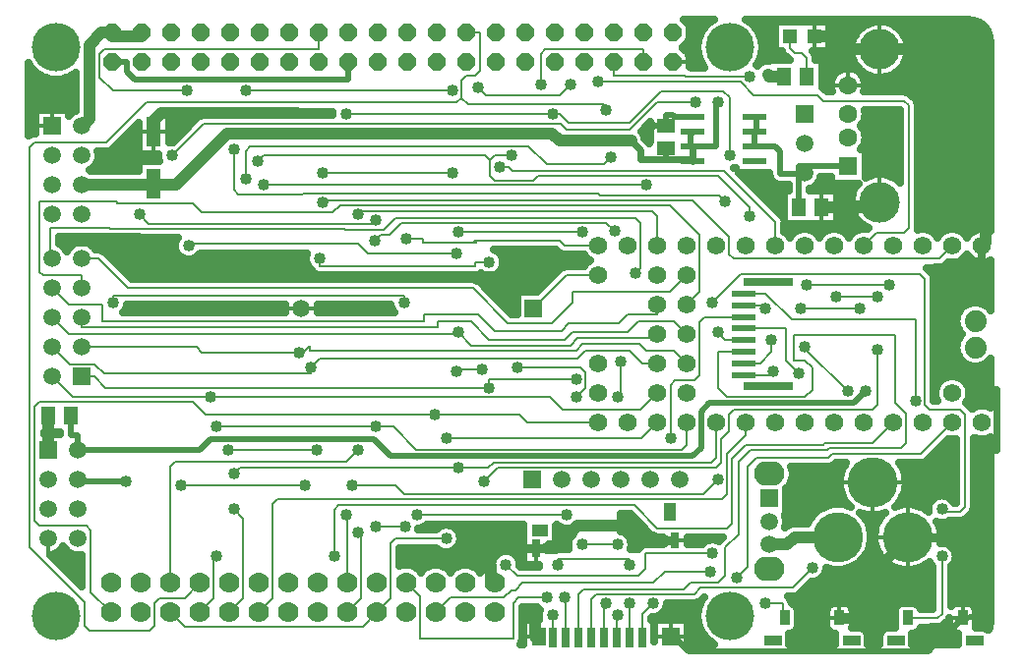
<source format=gtl>
G04 DipTrace 3.3.1.3*
G04 Teensy4RPIlike.gtl*
%MOIN*%
G04 #@! TF.FileFunction,Copper,L1,Top*
G04 #@! TF.Part,Single*
%AMOUTLINE0*
4,1,8,
0.030118,-0.012475,
0.012475,-0.030118,
-0.012475,-0.030118,
-0.030118,-0.012475,
-0.030118,0.012475,
-0.012475,0.030118,
0.012475,0.030118,
0.030118,0.012475,
0.030118,-0.012475,
0*%
%AMOUTLINE1*
4,1,4,
-0.0175,-0.025,
-0.0175,0.025,
0.0175,0.025,
0.0175,-0.025,
-0.0175,-0.025,
0*%
%AMOUTLINE2*
4,1,4,
0.0285,-0.0155,
-0.0285,-0.0155,
-0.0285,0.0155,
0.0285,0.0155,
0.0285,-0.0155,
0*%
G04 #@! TA.AperFunction,Conductor*
%ADD13C,0.02*%
G04 #@! TA.AperFunction,ViaPad*
%ADD14C,0.04*%
G04 #@! TA.AperFunction,Conductor*
%ADD15C,0.023622*%
%ADD16C,0.03*%
%ADD17C,0.008*%
G04 #@! TA.AperFunction,CopperBalancing*
%ADD19C,0.025*%
G04 #@! TA.AperFunction,Conductor*
%ADD20C,0.022*%
%ADD21C,0.031496*%
%ADD22C,0.035*%
%ADD23C,0.029*%
G04 #@! TA.AperFunction,CopperBalancing*
%ADD25C,0.01299*%
%ADD27R,0.05X0.1*%
%ADD28R,0.059055X0.051181*%
%ADD29R,0.051181X0.059055*%
G04 #@! TA.AperFunction,ComponentPad*
%ADD30C,0.17*%
%ADD31R,0.059055X0.059055*%
%ADD32C,0.059055*%
%ADD33C,0.07*%
%ADD34R,0.027559X0.068898*%
%ADD35R,0.03937X0.061024*%
%ADD36R,0.031496X0.055118*%
%ADD37R,0.031496X0.059055*%
%ADD38R,0.057087X0.03937*%
%ADD39R,0.07874X0.023622*%
%ADD40R,0.165354X0.027559*%
%ADD44R,0.047244X0.047244*%
G04 #@! TA.AperFunction,ComponentPad*
%ADD46O,0.102362X0.082677*%
%ADD47C,0.06194*%
%ADD48C,0.074*%
%ADD49R,0.062992X0.062992*%
%ADD50C,0.062992*%
%ADD51C,0.137795*%
G04 #@! TA.AperFunction,ViaPad*
%ADD53C,0.165*%
G04 #@! TA.AperFunction,ComponentPad*
%ADD110OUTLINE0*%
%ADD111OUTLINE1*%
%ADD112OUTLINE2*%
%FSLAX26Y26*%
G04*
G70*
G90*
G75*
G01*
G04 Top*
%LPD*%
X3273073Y1293700D2*
D13*
X3233073Y1253700D1*
X2745073D1*
X2717073Y1225700D1*
Y1101700D1*
X2689073Y1073700D1*
X1665073D1*
X1607073Y1131700D1*
X1055073D1*
X1017073Y1093700D1*
X605561D1*
X722600Y2410629D2*
X771073D1*
Y2379700D1*
X799073Y2351700D1*
X1522600D1*
Y2410629D1*
X605561Y1093700D2*
Y1143700D1*
X580540D1*
Y1212230D1*
X768033Y987388D2*
X611873D1*
X605561Y993700D1*
X2686582Y2124758D2*
X2680333D1*
Y2174758D1*
D15*
X2686582D1*
Y2124758D2*
Y2074758D1*
X2942805Y2368493D2*
D14*
X2949054Y2362243D1*
X2999238D1*
X618073Y1993700D2*
X855692D1*
X936934D1*
X1110934Y2167700D1*
X2212445D1*
X2236445Y2143700D1*
X2480170D1*
D15*
X2511600Y2112270D1*
Y2081023D1*
X2599091D1*
X2686582D1*
Y2124758D1*
X722600Y2510629D2*
D14*
Y2498154D1*
X822600D1*
Y2510629D1*
X2686582Y2124758D2*
D13*
X2767823D1*
Y2268451D1*
X2773073Y2273700D1*
X2599091Y2118708D2*
Y2081023D1*
X722600Y2510629D2*
D14*
X685193D1*
X643046Y2468482D1*
Y2218674D1*
X618073Y2193700D1*
X855692Y1993700D2*
X861773Y1999781D1*
X2949054Y773663D2*
X3009073D1*
X3035317Y799907D1*
X3180280D1*
X2961553Y1362348D2*
D17*
Y1349642D1*
X2860889D1*
X2213073Y533700D2*
X2215002Y531771D1*
Y457985D1*
X2442857Y1393595D2*
Y1273700D1*
X2433073D1*
X2773073Y1493700D2*
X2799020Y1467752D1*
X2860889D1*
X3093073Y693700D2*
X3027073Y627700D1*
X2715073D1*
X2693073Y605700D1*
X2361073D1*
X2344949Y589577D1*
Y457972D1*
X3053073Y1573700D2*
X3253073D1*
X2955304Y1468587D2*
Y1427931D1*
X2916385Y1389012D1*
X2860889D1*
X2253073Y593700D2*
X2258348Y588424D1*
Y457985D1*
X2613073Y1133700D2*
Y1315700D1*
X2629073Y1331700D1*
X2695073D1*
X2711073Y1347700D1*
Y1529700D1*
X2727865Y1546493D1*
X2860889D1*
X2313073Y773700D2*
X2433073D1*
Y533700D2*
X2431550Y532178D1*
Y457972D1*
X2474104Y706167D2*
Y724915D1*
X2230380D1*
Y706167D1*
X2933073Y1573700D2*
X2920910Y1585863D1*
X2860889D1*
X2473073Y573700D2*
X2474871Y571902D1*
Y457972D1*
X3442752Y1262359D2*
Y1537398D1*
X3023375D1*
X2935540Y1625233D1*
X2860889D1*
X2553073Y573700D2*
X2518151Y538779D1*
Y457985D1*
X3568073Y1187417D2*
X3461784Y1081128D1*
X3161532D1*
X3149033Y1068629D1*
X2905309D1*
X2874062Y1037382D1*
Y699918D1*
X2836566Y662422D1*
X2749075Y681170D2*
X2592842D1*
X2555346Y643674D1*
X2111642D1*
X2086645Y618676D1*
X2074146D1*
X2049149Y593679D1*
X1868052D1*
X1818073Y543700D1*
X2522600Y2410629D2*
Y2453700D1*
X2189073D1*
X2173073Y2437700D1*
Y2333700D1*
X2193073Y593700D2*
X2099165D1*
X2080396Y574931D1*
Y456193D1*
X1765073D1*
Y596700D1*
X1718073Y643700D1*
X3073073Y1653700D2*
X3353073D1*
X2273073Y2333700D2*
X2239123Y2299750D1*
X1986655D1*
X1961658Y2324747D1*
X2367865Y2343495D2*
X2851277D1*
X2895073Y2299700D1*
X3111073D1*
X3131073Y2279700D1*
X3405073D1*
X3421073Y2263700D1*
Y1847700D1*
X3405073Y1831700D1*
X3312356D1*
X3268073Y1787417D1*
X2813073Y2093700D2*
Y2291700D1*
X2792524Y2312249D1*
X2580343D1*
X2474104Y2206010D1*
X2267876D1*
X2241574Y2232312D1*
Y2233700D1*
X2213073D1*
X3173073Y1613700D2*
X3313073D1*
X1513073Y873700D2*
X1518073Y868700D1*
Y643700D1*
X2213073Y2233700D2*
X1513073D1*
X2880312Y1887293D2*
Y1918540D1*
X2773151Y2025700D1*
X2163073D1*
X2147073Y2009700D1*
X2017073D1*
X2001073Y2025700D1*
Y2077700D1*
X1985073Y2093700D1*
X1233073D1*
X1213073Y2073700D1*
X1413073Y1093700D2*
X1113073D1*
X2001073Y2077700D2*
X2017073Y2093700D1*
X2073073D1*
X1999154Y1731060D2*
X1952440D1*
Y1718561D1*
X1424214D1*
Y1743558D1*
X2033073Y2053700D2*
X2065073D1*
X2077073Y2041700D1*
X2794648D1*
X2968073Y1868275D1*
Y1787417D1*
X2568073Y1487417D2*
X2555346D1*
Y1474836D1*
X2299123D1*
X2274125Y1449839D1*
X1936934D1*
X1893073Y1493700D1*
Y1833700D2*
X2313073D1*
X1893073Y1493700D2*
Y1487335D1*
X574438D1*
X518073Y1543700D1*
X2668073Y1687417D2*
X2611726Y1631070D1*
X2280847D1*
Y1594046D1*
X2211632Y1524831D1*
X2061648D1*
X1942910Y1643569D1*
X774283D1*
X674151Y1743700D1*
X618073D1*
X1173073Y2313700D2*
X1873073D1*
X1433073Y2033700D2*
X1873073D1*
X1433073Y1933700D2*
X1441073Y1941700D1*
X2688419D1*
X2811073Y1819046D1*
Y1759700D1*
X2827073Y1743700D1*
X3524356D1*
X3568073Y1787417D1*
X1980406Y987388D2*
X2028718Y1035700D1*
X2769073D1*
X2785073Y1051700D1*
Y1131700D1*
X2811073Y1157700D1*
Y1215700D1*
X2827073Y1231700D1*
X3297073D1*
X3313073Y1247700D1*
Y1433700D1*
X1553073Y1093700D2*
X1513073Y1053700D1*
X935073D1*
X918073Y1036700D1*
Y643700D1*
X1553073Y1893700D2*
X1565073Y1905700D1*
X2551073D1*
X2568073Y1888700D1*
Y1787417D1*
X2424109Y1837298D2*
X2395708Y1865700D1*
X1702590D1*
X1662590Y1825700D1*
X1631343D1*
X1611695Y1806052D1*
X813073Y1893700D2*
X845073Y1861700D1*
X1601073D1*
X1613073Y1873700D1*
X1717934Y1812301D2*
X1775585D1*
Y1799802D1*
X1952970D1*
X1947073Y1805700D1*
X2237073D1*
X2255356Y1787417D1*
X2368073D1*
X724288Y1593574D2*
Y1618571D1*
X1711684D1*
Y1593574D1*
X2368073Y1187417D2*
X2127356D1*
X2101073Y1213700D1*
X1813073D1*
X1039073D1*
X995073Y1257700D1*
X475073D1*
X459073Y1241700D1*
Y853700D1*
X475073Y837700D1*
X633073D1*
X649073Y821700D1*
Y612700D1*
X718073Y543700D1*
X1753073Y873700D2*
X2261627D1*
Y874899D1*
X1713073Y833700D2*
X1613073D1*
X1073073Y1173700D2*
X1613073D1*
X1673073D1*
X1751073Y1095700D1*
X2651073D1*
X2668073Y1112700D1*
Y1187417D1*
X1073073Y733700D2*
X1065073Y725700D1*
Y590700D1*
X1018073Y543700D1*
X1133073Y1013700D2*
X1153073Y1033700D1*
X1893073D1*
X1133073Y893700D2*
X1165073Y861700D1*
Y590700D1*
X1118073Y543700D1*
X1974157Y1368598D2*
X1886666D1*
Y1362348D1*
X1893073Y1033700D2*
X1995073D1*
X2013073Y1051700D1*
X2751073D1*
X2768073Y1068700D1*
Y1187417D1*
X1218073Y543700D2*
X1265073Y590700D1*
Y911700D1*
X1281073Y927700D1*
X2789073D1*
X2805073Y943700D1*
Y1080881D1*
X2868073Y1143881D1*
Y1187417D1*
X1133073Y2113700D2*
Y1977700D1*
X1149073Y1961700D1*
X1363073D1*
X1367073Y1965700D1*
X2367073D1*
X2375073Y1957700D1*
X2778658D1*
X2799070Y1937288D1*
X953073Y973700D2*
X1373073D1*
X2699081Y2274752D2*
X2567844D1*
X2474104Y2181012D1*
X2261627D1*
X2240939Y2201700D1*
X1032445D1*
X924267Y2093522D1*
X2880312Y2362243D2*
X2664529D1*
X2661073Y2365700D1*
X2422600D1*
Y2410629D1*
X1533073Y973700D2*
X1681073D1*
X1711073Y943700D1*
X2723073D1*
X2773073Y993700D1*
X1553073Y813700D2*
X1565073Y801700D1*
Y590700D1*
X1518073Y543700D1*
X3213073Y1293700D2*
X3067792Y1438981D1*
Y1443590D1*
X1853073Y793700D2*
X1681073D1*
X1665073Y777700D1*
Y590700D1*
X1618073Y543700D1*
X2568073Y1187417D2*
X2514356Y1133700D1*
X1853073D1*
X973073Y2313700D2*
X725073D1*
X679073Y2359700D1*
Y2439700D1*
X695073Y2455700D1*
X1422600D1*
Y2510629D1*
X1886666Y1762306D2*
X1586697D1*
X1555451Y1793553D1*
X980511D1*
Y1787304D1*
X1618073Y543700D2*
X1570073Y495700D1*
X966073D1*
X918073Y543700D1*
X1473073Y735700D2*
Y891700D1*
X1489073Y907700D1*
X2491073D1*
X2569073Y829700D1*
X2805073D1*
X2821073Y845700D1*
Y1065634D1*
X2867813Y1112375D1*
X3129747D1*
X3135073Y1117700D1*
X3298356D1*
X3368073Y1187417D1*
X2568073Y1287417D2*
X2512356Y1231700D1*
X2247073D1*
X2205073Y1273700D1*
X1053073D1*
X588073D1*
X518073Y1343700D1*
X2293073Y1333700D2*
X1999154D1*
Y1306104D1*
X698669D1*
X661073Y1343700D1*
X618073D1*
X518073Y1443700D2*
X576073Y1385700D1*
X661073D1*
X693073Y1353700D1*
X1392968D1*
Y1374847D1*
X1424214Y1406094D1*
X2299123D1*
X2324729Y1431700D1*
X2473495D1*
X2517779Y1387417D1*
X2568073D1*
X618073Y1443700D2*
X1007073D1*
X1025931Y1424842D1*
X1355472D1*
X1367970D1*
X1390789Y1447661D1*
Y1431091D1*
X2292873D1*
X2315482Y1453700D1*
X2507739D1*
X2529739Y1431700D1*
X2623789D1*
X2668073Y1387417D1*
X618073Y1543700D2*
Y1512333D1*
X1823750D1*
Y1531081D1*
X1936661D1*
X1999154Y1468587D1*
X2255377D1*
X2280375Y1493585D1*
X2467855D1*
X2505351Y1531081D1*
X2624409D1*
X2668073Y1487417D1*
X518073Y1643700D2*
X574356Y1587417D1*
X687877D1*
Y1531081D1*
X1776910D1*
Y1556078D1*
X1961658D1*
X2017902Y1499834D1*
X2242878D1*
X2267876Y1524831D1*
X2436608D1*
X2467855Y1556078D1*
X2568073D1*
Y1587417D1*
X618073Y1643700D2*
Y1687314D1*
X486813D1*
X474314Y1699813D1*
Y1937288D1*
X737730D1*
Y1931039D1*
X993734D1*
X1023073Y1901700D1*
X1469073D1*
X1493073Y1925700D1*
X2610679D1*
X2711073Y1825306D1*
Y1630417D1*
X2668073Y1587417D1*
X2493073Y1693700D2*
X2511073Y1711700D1*
Y1865700D1*
X2495073Y1881700D1*
X1681094D1*
X1641094Y1841700D1*
X1511073D1*
X1507073Y1845700D1*
X712972D1*
Y1849797D1*
X511810D1*
Y1737438D1*
X518073Y1743700D1*
X2530348Y1993532D2*
Y1993700D1*
X1233073D1*
X1173073Y2013700D2*
Y2109700D1*
X1189073Y2125700D1*
X2131073D1*
X2193073Y2063700D1*
X2388039D1*
X2411611Y2087272D1*
X1922600Y2510629D2*
X1967073D1*
Y2381700D1*
X1951073Y2365700D1*
X1921073D1*
X1905073Y2349700D1*
Y2289700D1*
X1889073Y2273700D1*
X837073D1*
X701073Y2137700D1*
X457073D1*
X441073Y2121700D1*
Y765700D1*
X627073Y579700D1*
Y497700D1*
X643073Y481700D1*
X849073D1*
X865073Y497700D1*
Y575700D1*
X881073Y591700D1*
X966073D1*
X1018073Y643700D1*
X1905073Y2289700D2*
X1926270Y2268503D1*
X2388746D1*
Y2249755D1*
X2392863D1*
X3321419Y2453543D2*
D14*
X3201259D1*
X3155073Y2499729D1*
X3100474D1*
X3321419Y1936220D2*
X3303739Y1918540D1*
X3124036D1*
X505561Y1093700D2*
Y1212230D1*
X505737D1*
X3321419Y2453543D2*
X3551432D1*
X3680228Y2324747D1*
Y1799571D1*
X3668073Y1787417D1*
D19*
Y1675159D1*
X3648981Y1656067D1*
X3623983D1*
X3580238Y1612322D1*
Y1562327D1*
X3555241Y1537330D1*
Y1412343D1*
X3573989Y1393595D1*
X3586487D1*
X3680228Y1299855D1*
X3717724D1*
D20*
Y1095396D1*
X3680228D1*
Y812746D1*
Y531186D1*
D19*
X3686477Y524936D1*
X2018073Y643700D2*
D21*
X1999154D1*
Y762079D1*
X2157955D1*
X2117892Y543684D2*
D14*
X2155388D1*
Y462709D1*
X2167797D1*
X3416501Y799907D2*
D22*
X3293073Y676480D1*
Y588894D1*
Y523700D1*
X3185573D1*
X3602755D2*
D13*
X3680228Y531186D1*
X3580238Y518687D2*
D17*
X3597742D1*
X3602755Y523700D1*
D13*
X3570935Y491880D1*
X3534683D1*
X3517745Y474941D1*
Y443695D1*
X3486498Y412448D1*
X3311516D1*
Y570451D1*
X3293073Y588894D1*
X1349222Y2237256D2*
D14*
X1111747D1*
X2614648Y462709D2*
D13*
X2623822D1*
X2674083Y412448D1*
X3311516D1*
X2157955Y762079D2*
D21*
X2193703D1*
D14*
X2223798D1*
X2299123Y837403D1*
X2486603D1*
X2542847Y781159D1*
X2586116D1*
X2592653Y787696D1*
D21*
X2628401D1*
X2599091Y2193511D2*
D13*
Y2231007D1*
X2620962D1*
X2627212Y2224758D1*
X2686582D1*
X2542847Y2193511D2*
X2599091D1*
X861773Y2174781D2*
D14*
Y2212259D1*
X886771Y2237256D1*
X1111747D1*
X574304Y1806052D2*
X568054Y1812301D1*
X811779D1*
X911768Y1712312D1*
X1355472D1*
X1386718Y1681065D1*
X2074146D1*
X1386718D2*
X1361737Y1722480D1*
X3416501Y799907D2*
D23*
X3667389D1*
D16*
X3680228Y812746D1*
X3017797Y2499729D2*
D17*
Y2459700D1*
X3034540Y2442957D1*
X3057074D1*
X3074041Y2425990D1*
Y2362243D1*
X2933073Y573700D2*
X2992800D1*
Y541427D1*
X3000573Y549200D1*
Y523700D1*
X2055398Y706167D2*
X2092894Y668671D1*
X2505351D1*
X2529308Y692628D1*
Y743663D1*
X2755325D1*
X2293073Y1273700D2*
X2325073Y1305700D1*
Y1357700D1*
X2309073Y1373700D1*
X2093073D1*
X3533073Y733700D2*
Y539700D1*
X3517073Y523700D1*
X3417755D1*
X2753073Y1593700D2*
X2851073Y1691700D1*
X3459073D1*
X3475073Y1675700D1*
Y1247700D1*
X3491073Y1231700D1*
X3595073D1*
X3611073Y1215700D1*
Y901644D1*
X3595073Y885644D1*
X3541129D1*
X3533073Y893700D1*
X3049044Y1356099D2*
X3005298Y1399844D1*
Y1507123D1*
X2860889D1*
X2393073Y573700D2*
X2388256Y568884D1*
Y457972D1*
X2301616Y457985D2*
Y605700D1*
X2317616Y621700D1*
X2659073D1*
X2681073Y643700D1*
X2774099D1*
X2799070Y668671D1*
Y763697D1*
X2842815Y807443D1*
Y1053443D1*
X2882999Y1093627D1*
X3142999D1*
X3151073Y1101700D1*
X3395073D1*
X3411073Y1117700D1*
Y1219046D1*
X3374010Y1256109D1*
Y1485700D1*
X3030296D1*
Y1399844D1*
X3067792D1*
X3092789Y1374847D1*
Y1299855D1*
X3068634Y1275700D1*
X2804477D1*
X2774073Y1306104D1*
Y1428382D1*
X2860889D1*
X3214726Y2057086D2*
D13*
X3049233D1*
Y1918540D1*
X2899180Y2124758D2*
Y2175700D1*
X2905309D1*
Y2224758D1*
X2899180D1*
Y2174758D2*
Y2175700D1*
X3049233Y1918540D2*
Y2031028D1*
X2985073D1*
Y2107700D1*
X2968015Y2124758D1*
X2899180D1*
X3049233Y2031028D2*
D17*
X3065401D1*
X3068073Y2033700D1*
X2149138Y1574826D2*
X2261729Y1687417D1*
X2368073D1*
D14*
X768033Y987388D3*
X2836566Y662422D3*
X2749075Y681170D3*
X1349222Y2237256D3*
X1111747D3*
X2542847Y2193511D3*
X574304Y1806052D3*
X2074146Y1681065D3*
X1361737Y1722480D3*
D53*
X2814333Y531495D3*
X530868D3*
Y2460629D3*
X2814333D3*
D14*
X2117892Y543684D3*
X3273073Y1293700D3*
X2773073Y2273700D3*
X2942805Y2368493D3*
X2961553Y1362348D3*
X2213073Y533700D3*
X2433073Y1273700D3*
X2442857Y1393595D3*
X2773073Y1493700D3*
X3093073Y693700D3*
X3253073Y1573700D3*
X3053073D3*
X2955304Y1468587D3*
X2253073Y593700D3*
X2613073Y1133700D3*
X2433073Y533700D3*
Y773700D3*
X2313073D3*
X2933073Y1573700D3*
X2230380Y706167D3*
X2473073Y573700D3*
X2474104Y706167D3*
X3442752Y1262359D3*
X2553073Y573700D3*
X2173073Y2333700D3*
X2193073Y593700D3*
X3353073Y1653700D3*
X3073073D3*
X1961658Y2324747D3*
X2273073Y2333700D3*
X2367865Y2343495D3*
X1513073Y873700D3*
Y2233700D3*
X2813073Y2093700D3*
X3313073Y1613700D3*
X3173073D3*
X2213073Y2233700D3*
X1213073Y2073700D3*
X1113073Y1093700D3*
X1413073D3*
X2880312Y1887293D3*
X2073073Y2093700D3*
X1424214Y1743558D3*
X1999154Y1731060D3*
X2033073Y2053700D3*
X2313073Y1833700D3*
X1893073D3*
Y1493700D3*
X1873073Y2313700D3*
X1173073D3*
X1873073Y2033700D3*
X1433073D3*
Y1933700D3*
X3313073Y1433700D3*
X1980406Y987388D3*
X1553073Y1093700D3*
Y1893700D3*
X1611695Y1806052D3*
X2424109Y1837298D3*
X1613073Y1873700D3*
X813073Y1893700D3*
X1711684Y1593574D3*
X724288D3*
X1717934Y1812301D3*
X1813073Y1213700D3*
X2261627Y874899D3*
X1753073Y873700D3*
X1613073Y833700D3*
X1713073D3*
X1613073Y1173700D3*
X1073073Y733700D3*
Y1173700D3*
X1133073Y893700D3*
Y1013700D3*
X1886666Y1362348D3*
X1974157Y1368598D3*
X1893073Y1033700D3*
X2799070Y1937288D3*
X1133073Y2113700D3*
X1373073Y973700D3*
X953073D3*
X924267Y2093522D3*
X2699081Y2274752D3*
X2880312Y2362243D3*
X2773073Y993700D3*
X1553073Y813700D3*
X1533073Y973700D3*
X3067792Y1443590D3*
X3213073Y1293700D3*
X1853073Y793700D3*
X973073Y2313700D3*
X980511Y1787304D3*
X1886666Y1762306D3*
X1853073Y1133700D3*
X1473073Y735700D3*
X1053073Y1273700D3*
X2293073Y1333700D3*
X1999154Y1306104D3*
X1392968Y1374847D3*
X1355472Y1424842D3*
X2493073Y1693700D3*
X1233073Y1993700D3*
X2530348Y1993532D3*
X2411611Y2087272D3*
X1173073Y2013700D3*
X2392863Y2249755D3*
X2933073Y573700D3*
X2755325Y743663D3*
X2055398Y706167D3*
X2093073Y1373700D3*
X2293073Y1273700D3*
X2393073Y573700D3*
X3049044Y1356099D3*
X3533073Y733700D3*
Y893700D3*
X2753073Y1593700D3*
X2680475Y2531056D2*
D19*
X2728655D1*
X2900014D2*
X2965168D1*
X3153070D2*
X3263330D1*
X3379499D2*
X3674634D1*
X2681695Y2506187D2*
X2712830D1*
X2915839D2*
X2965168D1*
X3153070D2*
X3239359D1*
X3403469D2*
X3689562D1*
X2675666Y2481318D2*
X2704828D1*
X2923841D2*
X2965168D1*
X3153070D2*
X3227661D1*
X3415168D2*
X3694657D1*
X2659339Y2456449D2*
X2702926D1*
X2925743D2*
X2965168D1*
X3153070D2*
X3223570D1*
X3419258D2*
X3695160D1*
X2680331Y2431581D2*
X2706802D1*
X2921868D2*
X3000298D1*
X3106528D2*
X3226082D1*
X3416747D2*
X3695160D1*
X2681695Y2406712D2*
X2717100D1*
X3128632D2*
X3235806D1*
X3407022D2*
X3695160D1*
X438718Y2381843D2*
X453060D1*
X3128632D2*
X3181478D1*
X3386819D2*
X3695160D1*
X438718Y2356974D2*
X494685D1*
X567040D2*
X594048D1*
X3128632D2*
X3159588D1*
X3269873D2*
X3695160D1*
X438718Y2332106D2*
X594048D1*
X3128632D2*
X3154242D1*
X3275219D2*
X3695160D1*
X438718Y2307237D2*
X594048D1*
X3420658D2*
X3695160D1*
X438718Y2282368D2*
X594048D1*
X3447679D2*
X3695160D1*
X438718Y2257499D2*
X594048D1*
X3454066D2*
X3695160D1*
X438718Y2232630D2*
X459555D1*
X915762D2*
X1464096D1*
X3275183D2*
X3388099D1*
X3454066D2*
X3695160D1*
X438718Y2207762D2*
X459555D1*
X915762D2*
X992901D1*
X3268796D2*
X3388099D1*
X3454066D2*
X3695160D1*
X438718Y2182893D2*
X459555D1*
X791890D2*
X807775D1*
X915762D2*
X968033D1*
X2521616D2*
X2540586D1*
X3268330D2*
X3388099D1*
X3454066D2*
X3695160D1*
X767022Y2158024D2*
X807775D1*
X915762D2*
X943166D1*
X2526891D2*
X2540586D1*
X3275148D2*
X3388099D1*
X3454066D2*
X3695160D1*
X742155Y2133155D2*
X807775D1*
X3270734D2*
X3388099D1*
X3454066D2*
X3695160D1*
X711617Y2108287D2*
X807775D1*
X3275219D2*
X3388099D1*
X3454066D2*
X3695160D1*
X675625Y2083418D2*
X876385D1*
X3275219D2*
X3388099D1*
X3454066D2*
X3695160D1*
X664178Y2058549D2*
X807775D1*
X3275219D2*
X3388099D1*
X3454066D2*
X3695160D1*
X2848269Y2033680D2*
X2946077D1*
X3275219D2*
X3388099D1*
X3454066D2*
X3695160D1*
X2873173Y2008812D2*
X2953613D1*
X3120774D2*
X3154242D1*
X3454066D2*
X3695160D1*
X2898041Y1983943D2*
X3010238D1*
X3096301D2*
X3236345D1*
X3454066D2*
X3695160D1*
X2922908Y1959074D2*
X2994665D1*
X3178619D2*
X3226297D1*
X3454066D2*
X3695160D1*
X2947776Y1934205D2*
X2994665D1*
X3178619D2*
X3223570D1*
X3454066D2*
X3695160D1*
X2972644Y1909336D2*
X2994665D1*
X3178619D2*
X3227409D1*
X3454066D2*
X3695160D1*
X3178619Y1884468D2*
X3238785D1*
X3454066D2*
X3695160D1*
X3001064Y1859599D2*
X3262109D1*
X3454066D2*
X3695160D1*
X3003181Y1834730D2*
X3032953D1*
X3103191D2*
X3132962D1*
X3203164D2*
X3232972D1*
X3503192D2*
X3532963D1*
X3603165D2*
X3632973D1*
X544792Y1809861D2*
X937352D1*
X558428Y1784993D2*
X577721D1*
X658437D2*
X931575D1*
X703364Y1760124D2*
X940295D1*
X1020724D2*
X1378261D1*
X2037933D2*
X2239267D1*
X728232Y1735255D2*
X1375965D1*
X2047944D2*
X2333750D1*
X3594660D2*
X3641477D1*
X753099Y1710386D2*
X1389134D1*
X2043279D2*
X2239195D1*
X3486003D2*
X3695160D1*
X777967Y1685518D2*
X1987324D1*
X2010984D2*
X2214219D1*
X3506421D2*
X3695160D1*
X1971439Y1660649D2*
X2189352D1*
X3508072D2*
X3695160D1*
X1996307Y1635780D2*
X2164484D1*
X3508072D2*
X3695160D1*
X2021175Y1610911D2*
X2090634D1*
X3508072D2*
X3695160D1*
X772656Y1586043D2*
X1304340D1*
X1419110D2*
X1663325D1*
X2046042D2*
X2090634D1*
X3508072D2*
X3609576D1*
X3682577D2*
X3695160D1*
X2070910Y1561174D2*
X2090634D1*
X3508072D2*
X3586969D1*
X3508072Y1536305D2*
X3580187D1*
X3508072Y1511436D2*
X3583632D1*
X3508072Y1486567D2*
X3597950D1*
X3508072Y1461699D2*
X3583094D1*
X3508072Y1436830D2*
X3580330D1*
X3508072Y1411961D2*
X3587866D1*
X3508072Y1387092D2*
X3612411D1*
X3679706D2*
X3695160D1*
X3508072Y1362224D2*
X3695160D1*
X3508072Y1337355D2*
X3537162D1*
X3599002D2*
X3695160D1*
X3622291Y1312486D2*
X3695160D1*
X3628033Y1287617D2*
X3695160D1*
X3622471Y1262749D2*
X3695160D1*
X3539829Y1113536D2*
X3578070D1*
X3644073D2*
X3695160D1*
X3514926Y1088667D2*
X3578070D1*
X3644073D2*
X3695160D1*
X3490058Y1063798D2*
X3578070D1*
X3644073D2*
X3695160D1*
X3158416Y1038930D2*
X3198343D1*
X3398446D2*
X3578070D1*
X3644073D2*
X3695160D1*
X3029233Y1014061D2*
X3188260D1*
X3408529D2*
X3578070D1*
X3644073D2*
X3695160D1*
X3024604Y989192D2*
X3184492D1*
X3412297D2*
X3578070D1*
X3644073D2*
X3695160D1*
X3007774Y964323D2*
X3186322D1*
X3410467D2*
X3578070D1*
X3644073D2*
X3695160D1*
X3007559Y939455D2*
X3194109D1*
X3402680D2*
X3522342D1*
X3543812D2*
X3578070D1*
X3644073D2*
X3695160D1*
X3007559Y914586D2*
X3209396D1*
X3387357D2*
X3489041D1*
X3644073D2*
X3695160D1*
X3007559Y889717D2*
X3111719D1*
X3641633D2*
X3695160D1*
X2446582Y864848D2*
X2488303D1*
X3006160D2*
X3087174D1*
X3273389D2*
X3323364D1*
X3619887D2*
X3695160D1*
X1787569Y839980D2*
X1846155D1*
X1859973D2*
X2112990D1*
X2446582D2*
X2513171D1*
X3286810D2*
X3309943D1*
X3523036D2*
X3695160D1*
X1896836Y815111D2*
X2112990D1*
X2228047D2*
X2282328D1*
X2456701D2*
X2538038D1*
X3529459D2*
X3695160D1*
X1901932Y790242D2*
X2112990D1*
X2228047D2*
X2267113D1*
X2479021D2*
X2583647D1*
X2673154D2*
X2780005D1*
X3530069D2*
X3695160D1*
X1892422Y765373D2*
X2113206D1*
X2202677D2*
X2264852D1*
X2481318D2*
X2505384D1*
X3288784D2*
X3308005D1*
X3569613D2*
X3695160D1*
X525629Y740504D2*
X585508D1*
X1698073D2*
X2021557D1*
X2089247D2*
X2113206D1*
X3277121D2*
X3319668D1*
X3581563D2*
X3695160D1*
X536754Y715636D2*
X616081D1*
X1698073D2*
X2007383D1*
X3255770D2*
X3341019D1*
X3578405D2*
X3695160D1*
X561621Y690767D2*
X616081D1*
X1760153D2*
X1776002D1*
X1860126D2*
X1876011D1*
X1960136D2*
X1976020D1*
X3141981D2*
X3154995D1*
X3205532D2*
X3391221D1*
X3441758D2*
X3500093D1*
X3566061D2*
X3695160D1*
X586489Y665898D2*
X616081D1*
X3132831D2*
X3500093D1*
X3566061D2*
X3695160D1*
X3086038Y641029D2*
X3500093D1*
X3566061D2*
X3695160D1*
X3061170Y616161D2*
X3500093D1*
X3566061D2*
X3695160D1*
X3020190Y591292D2*
X3500093D1*
X3566061D2*
X3695160D1*
X2601494Y566423D2*
X2708596D1*
X3040250D2*
X3145881D1*
X3225269D2*
X3378051D1*
X3457439D2*
X3500093D1*
X3642458D2*
X3695160D1*
X2113397Y541554D2*
X2164735D1*
X2589150D2*
X2703321D1*
X3047068D2*
X3139099D1*
X3232051D2*
X3371269D1*
X3649240D2*
X3695160D1*
X2673154Y516686D2*
X2703859D1*
X3047068D2*
X3139099D1*
X3232051D2*
X3371269D1*
X3649240D2*
X3695160D1*
X2673154Y491817D2*
X2710318D1*
X3046171D2*
X3139996D1*
X3231154D2*
X3372166D1*
X3463324D2*
X3557185D1*
X3648343D2*
X3692002D1*
X2673154Y466948D2*
X2724026D1*
X3017463D2*
X3168667D1*
X3283473D2*
X3319847D1*
X3434653D2*
X3585857D1*
X2673154Y442079D2*
X2749504D1*
X3017571D2*
X3168595D1*
X3283580D2*
X3319775D1*
X3434760D2*
X3585749D1*
X819470Y2076271D2*
X881083D1*
X879061Y2082669D1*
X877920Y2089874D1*
Y2097169D1*
X878053Y2098288D1*
X810284Y2098291D1*
Y2203798D1*
X720874Y2114515D1*
X717004Y2111703D1*
X712741Y2109531D1*
X708190Y2108052D1*
X703465Y2107304D1*
X672401Y2107210D1*
X673401Y2102463D1*
X674090Y2093700D1*
X673401Y2084937D1*
X671349Y2076390D1*
X667985Y2068269D1*
X663392Y2060774D1*
X657683Y2054090D1*
X650999Y2048381D1*
X643333Y2043709D1*
X649242Y2040193D1*
X810304Y2040190D1*
X810284Y2076271D1*
X819470D1*
X913264Y2243212D2*
X913414Y2138727D1*
X920619Y2139868D1*
X927501Y2139884D1*
X1012644Y2224885D1*
X1016514Y2227697D1*
X1020777Y2229869D1*
X1025328Y2231348D1*
X1030053Y2232096D1*
X1105936Y2232190D1*
X1466608D1*
X1466726Y2237348D1*
X1467597Y2243196D1*
X913274Y2243210D1*
X2543081Y2141430D2*
X2543074Y2206862D1*
X2513043Y2176573D1*
X2517781Y2171026D1*
X2521593Y2164806D1*
X2524385Y2158066D1*
X2525846Y2152189D1*
X2540725Y2137144D1*
X2542593Y2134773D1*
X2543074Y2141446D1*
X544045Y1156213D2*
X489558D1*
X489563Y1149729D1*
X544055Y1149717D1*
X544050Y1156224D1*
X3085728Y1974557D2*
X3176117D1*
Y1862522D1*
X2998574D1*
X2998563Y1836087D1*
X3005390Y1831109D1*
X3011765Y1824734D1*
X3017065Y1817439D1*
X3018056Y1815671D1*
X3021587Y1821191D1*
X3027442Y1828047D1*
X3034299Y1833903D1*
X3041986Y1838614D1*
X3050317Y1842064D1*
X3059084Y1844169D1*
X3068073Y1844876D1*
X3077061Y1844169D1*
X3085829Y1842064D1*
X3094159Y1838614D1*
X3101847Y1833903D1*
X3108703Y1828047D1*
X3114559Y1821191D1*
X3118056Y1815671D1*
X3121587Y1821191D1*
X3127442Y1828047D1*
X3134299Y1833903D1*
X3141986Y1838614D1*
X3150317Y1842064D1*
X3159084Y1844169D1*
X3168073Y1844876D1*
X3177061Y1844169D1*
X3185829Y1842064D1*
X3194159Y1838614D1*
X3201847Y1833903D1*
X3208703Y1828047D1*
X3214559Y1821191D1*
X3218056Y1815671D1*
X3221587Y1821191D1*
X3227442Y1828047D1*
X3234299Y1833903D1*
X3241986Y1838614D1*
X3250317Y1842064D1*
X3259084Y1844169D1*
X3268073Y1844876D1*
X3277061Y1844169D1*
X3280951Y1843395D1*
X3284816Y1848135D1*
X3276515Y1852062D1*
X3268631Y1856770D1*
X3261236Y1862214D1*
X3254399Y1868344D1*
X3248183Y1875103D1*
X3242645Y1882428D1*
X3237838Y1890252D1*
X3233805Y1898502D1*
X3230584Y1907102D1*
X3228205Y1915971D1*
X3226690Y1925028D1*
X3226053Y1934189D1*
X3226300Y1943368D1*
X3227428Y1952481D1*
X3229427Y1961444D1*
X3232279Y1970173D1*
X3235957Y1978587D1*
X3240427Y1986608D1*
X3245647Y1994163D1*
X3249693Y1999095D1*
X3156740Y1999100D1*
Y2020594D1*
X3122540Y2020596D1*
X3119826Y2012263D1*
X3115836Y2004431D1*
X3110669Y1997320D1*
X3104453Y1991104D1*
X3097342Y1985937D1*
X3089510Y1981947D1*
X3085722Y1980549D1*
X3006339Y1974557D2*
X3012762D1*
X3012743Y1994507D1*
X2982210Y1994651D1*
X2976554Y1995546D1*
X2971109Y1997316D1*
X2966007Y1999915D1*
X2961374Y2003281D1*
X2957325Y2007330D1*
X2953960Y2011962D1*
X2951360Y2017064D1*
X2949591Y2022510D1*
X2948695Y2028165D1*
X2948583Y2036447D1*
X2842998Y2036457D1*
X2991257Y1888076D1*
X2994070Y1884206D1*
X2996242Y1879943D1*
X2997073Y1877688D1*
X2997152Y1974557D1*
X3006339D1*
X3291426Y791160D2*
X3290397Y782466D1*
X3288690Y773881D1*
X3286313Y765455D1*
X3283283Y757242D1*
X3279618Y749292D1*
X3275341Y741654D1*
X3270477Y734375D1*
X3265058Y727500D1*
X3259115Y721072D1*
X3252687Y715130D1*
X3245812Y709710D1*
X3238533Y704846D1*
X3230895Y700569D1*
X3222945Y696904D1*
X3214732Y693874D1*
X3206307Y691498D1*
X3197721Y689790D1*
X3189027Y688761D1*
X3180280Y688417D1*
X3171533Y688761D1*
X3162839Y689790D1*
X3154253Y691498D1*
X3145828Y693874D1*
X3139508Y696206D1*
X3139419Y690052D1*
X3138278Y682847D1*
X3136024Y675909D1*
X3132712Y669409D1*
X3128424Y663507D1*
X3123266Y658349D1*
X3117364Y654061D1*
X3110864Y650749D1*
X3103926Y648495D1*
X3096720Y647353D1*
X3089838Y647337D1*
X3046874Y604515D1*
X3043004Y601703D1*
X3038741Y599531D1*
X3034190Y598052D1*
X3029465Y597304D1*
X3012181Y597210D1*
X3015985Y593502D1*
X3018797Y589631D1*
X3020969Y585368D1*
X3022447Y580818D1*
X3023196Y576083D1*
X3024257Y574458D1*
X3028210Y573174D1*
X3031914Y571287D1*
X3035277Y568843D1*
X3038216Y565904D1*
X3040659Y562541D1*
X3042546Y558837D1*
X3043831Y554884D1*
X3044481Y550778D1*
X3044563Y498700D1*
X3044237Y494556D1*
X3043266Y490514D1*
X3041676Y486674D1*
X3039504Y483129D1*
X3036804Y479969D1*
X3033643Y477269D1*
X3030099Y475097D1*
X3026259Y473506D1*
X3022217Y472536D1*
X3018073Y472210D1*
X3013946D1*
X3014981Y466778D1*
X3015063Y436214D1*
X3171108Y436200D1*
X3171164Y466778D1*
X3171839Y472210D1*
X3164410Y472464D1*
X3159069Y473787D1*
X3154117Y476184D1*
X3149767Y479553D1*
X3146207Y483747D1*
X3143589Y488586D1*
X3142028Y493862D1*
X3141609Y497517D1*
X3141699Y551180D1*
X3142780Y556575D1*
X3144953Y561630D1*
X3148122Y566127D1*
X3152152Y569872D1*
X3156870Y572704D1*
X3162070Y574501D1*
X3167529Y575184D1*
X3205553Y575074D1*
X3210948Y573992D1*
X3216003Y571820D1*
X3220500Y568650D1*
X3224245Y564620D1*
X3227077Y559903D1*
X3228874Y554703D1*
X3229557Y549244D1*
X3229446Y496220D1*
X3228848Y492590D1*
X3234318Y491190D1*
X3256651Y491108D1*
X3260757Y490458D1*
X3264710Y489174D1*
X3268414Y487287D1*
X3271777Y484843D1*
X3274716Y481904D1*
X3277159Y478541D1*
X3279046Y474837D1*
X3280331Y470884D1*
X3280981Y466778D1*
X3281063Y436214D1*
X3322252Y436200D1*
X3322347Y466778D1*
X3322997Y470884D1*
X3324281Y474837D1*
X3326169Y478541D1*
X3328612Y481904D1*
X3331551Y484843D1*
X3334914Y487287D1*
X3338618Y489174D1*
X3342571Y490458D1*
X3346677Y491108D1*
X3374843Y491190D1*
X3373847Y496622D1*
X3373765Y548700D1*
X3374091Y552844D1*
X3375061Y556886D1*
X3376652Y560726D1*
X3378824Y564271D1*
X3381524Y567431D1*
X3384685Y570131D1*
X3388229Y572303D1*
X3392069Y573894D1*
X3396111Y574864D1*
X3400263Y575190D1*
X3437334Y575108D1*
X3441439Y574458D1*
X3445392Y573174D1*
X3449096Y571286D1*
X3452459Y568843D1*
X3455398Y565904D1*
X3457842Y562541D1*
X3459729Y558837D1*
X3461015Y554876D1*
X3463687Y554190D1*
X3502549D1*
X3502583Y698631D1*
X3497721Y703507D1*
X3493433Y709409D1*
X3490048Y716110D1*
X3482318Y709918D1*
X3473113Y703860D1*
X3463355Y698741D1*
X3453140Y694610D1*
X3442566Y691507D1*
X3431738Y689464D1*
X3420761Y688499D1*
X3409743Y688622D1*
X3398791Y689833D1*
X3388011Y692119D1*
X3377510Y695458D1*
X3367390Y699817D1*
X3357749Y705153D1*
X3348683Y711416D1*
X3340278Y718543D1*
X3332619Y726464D1*
X3325779Y735103D1*
X3319825Y744375D1*
X3314815Y754190D1*
X3310799Y764451D1*
X3307815Y775059D1*
X3305893Y785909D1*
X3305051Y796896D1*
X3305298Y807912D1*
X3306632Y818850D1*
X3309038Y829603D1*
X3312494Y840066D1*
X3316967Y850137D1*
X3322411Y859717D1*
X3328775Y868713D1*
X3335995Y877037D1*
X3340962Y881903D1*
X3331540Y878499D1*
X3320870Y875746D1*
X3309980Y874061D1*
X3298978Y873458D1*
X3287969Y873945D1*
X3277063Y875516D1*
X3266364Y878155D1*
X3255979Y881838D1*
X3265058Y872314D1*
X3270477Y865440D1*
X3275341Y858161D1*
X3279618Y850523D1*
X3283283Y842573D1*
X3286313Y834360D1*
X3288690Y825934D1*
X3290397Y817348D1*
X3291426Y808655D1*
X3291770Y799907D1*
X3291426Y791160D1*
X3079038Y846392D2*
X3080942Y850523D1*
X3085219Y858161D1*
X3090083Y865440D1*
X3095502Y872314D1*
X3101445Y878743D1*
X3107873Y884685D1*
X3114748Y890105D1*
X3122027Y894968D1*
X3129665Y899246D1*
X3137615Y902911D1*
X3145828Y905941D1*
X3154253Y908317D1*
X3162839Y910025D1*
X3171533Y911054D1*
X3180280Y911397D1*
X3189027Y911054D1*
X3197721Y910025D1*
X3206307Y908317D1*
X3214732Y905941D1*
X3222849Y902946D1*
X3215730Y910131D1*
X3208749Y918657D1*
X3202643Y927829D1*
X3197472Y937560D1*
X3193287Y947753D1*
X3190129Y958310D1*
X3188028Y969127D1*
X3187006Y980099D1*
X3187071Y991118D1*
X3188224Y1002077D1*
X3190453Y1012868D1*
X3193737Y1023386D1*
X3198042Y1033529D1*
X3203328Y1043198D1*
X3208307Y1050632D1*
X3174172Y1050638D1*
X3168835Y1045444D1*
X3164964Y1042632D1*
X3160701Y1040460D1*
X3156151Y1038981D1*
X3151426Y1038233D1*
X3075543Y1038139D1*
X3022183D1*
X3024851Y1029655D1*
X3026516Y1019143D1*
Y1008499D1*
X3024851Y997986D1*
X3021562Y987864D1*
X3016730Y978380D1*
X3010474Y969770D1*
X3005071Y964206D1*
X3005072Y875126D1*
X3000228D1*
X3002330Y869714D1*
X3004382Y861166D1*
X3005072Y852403D1*
X3004382Y843640D1*
X3002330Y835093D1*
X3000909Y831240D1*
X3005124Y835259D1*
X3011026Y839547D1*
X3017526Y842859D1*
X3024464Y845113D1*
X3031669Y846254D1*
X3062876Y846397D1*
X3078916D1*
X3527975Y798070D2*
X3527250Y787075D1*
X3526138Y779674D1*
X3533073Y780190D1*
X3540345Y779618D1*
X3547439Y777915D1*
X3554179Y775123D1*
X3560399Y771311D1*
X3565946Y766573D1*
X3570684Y761026D1*
X3574496Y754806D1*
X3577287Y748066D1*
X3578990Y740973D1*
X3579563Y733700D1*
X3578990Y726427D1*
X3577287Y719334D1*
X3574496Y712594D1*
X3570684Y706374D1*
X3565946Y700827D1*
X3563569Y698629D1*
X3563563Y563932D1*
X3566560Y567468D1*
X3570840Y570925D1*
X3575742Y573423D1*
X3581055Y574855D1*
X3587092Y575190D1*
X3622735Y575074D1*
X3628130Y573992D1*
X3633185Y571820D1*
X3637682Y568651D1*
X3641427Y564620D1*
X3644259Y559903D1*
X3646056Y554703D1*
X3646740Y549244D1*
X3646629Y496220D1*
X3646031Y492590D1*
X3651501Y491190D1*
X3673834Y491108D1*
X3677939Y490458D1*
X3681892Y489174D1*
X3685596Y487287D1*
X3688959Y484843D1*
X3690492Y483425D1*
X3694723Y492325D1*
X3697655Y514571D1*
X3697657Y1138124D1*
X3690062Y1134331D1*
X3681486Y1131544D1*
X3672581Y1130134D1*
X3663564D1*
X3654659Y1131544D1*
X3646084Y1134331D1*
X3641571Y1136452D1*
X3641469Y899251D1*
X3640720Y894526D1*
X3639242Y889976D1*
X3637070Y885713D1*
X3634257Y881842D1*
X3614874Y862459D1*
X3611004Y859647D1*
X3606741Y857474D1*
X3602190Y855996D1*
X3597465Y855248D1*
X3559081Y855154D1*
X3554179Y852277D1*
X3547439Y849485D1*
X3540345Y847782D1*
X3533073Y847210D1*
X3525800Y847782D1*
X3518707Y849485D1*
X3515830Y850546D1*
X3519887Y841636D1*
X3523501Y831226D1*
X3526070Y820511D1*
X3527569Y809594D1*
X3527991Y799907D1*
X3527975Y798070D1*
X3373928Y902947D2*
X3383984Y906550D1*
X3394670Y909239D1*
X3405570Y910860D1*
X3416576Y911397D1*
X3427581Y910845D1*
X3438478Y909210D1*
X3449160Y906506D1*
X3459524Y902762D1*
X3469467Y898012D1*
X3478892Y892305D1*
X3487203Y886107D1*
X3486583Y893700D1*
X3487155Y900973D1*
X3488858Y908066D1*
X3491650Y914806D1*
X3495462Y921026D1*
X3500199Y926573D1*
X3505747Y931311D1*
X3511967Y935123D1*
X3518707Y937915D1*
X3525800Y939618D1*
X3533073Y940190D1*
X3540345Y939618D1*
X3547439Y937915D1*
X3554179Y935123D1*
X3560399Y931311D1*
X3565946Y926573D1*
X3570684Y921026D1*
X3573750Y916137D1*
X3580566Y916134D1*
X3580583Y1131338D1*
X3572581Y1130134D1*
X3563564D1*
X3555195Y1131438D1*
X3481586Y1057943D1*
X3477715Y1055131D1*
X3473452Y1052959D1*
X3468902Y1051480D1*
X3464176Y1050732D1*
X3388473Y1050638D1*
X3394476Y1041494D1*
X3399588Y1031733D1*
X3403713Y1021515D1*
X3406808Y1010939D1*
X3408844Y1000110D1*
X3409802Y989133D1*
X3409744Y979437D1*
X3408656Y968472D1*
X3406491Y957667D1*
X3403271Y947130D1*
X3399025Y936961D1*
X3393797Y927261D1*
X3387636Y918125D1*
X3380604Y909642D1*
X3373931Y902952D1*
X1968072Y679487D2*
X1972776Y685284D1*
X1978058Y690389D1*
X1983910Y694827D1*
X1990250Y698535D1*
X1996986Y701461D1*
X2004024Y703564D1*
X2008936Y704502D1*
X2009051Y709815D1*
X2010193Y717020D1*
X2012447Y723958D1*
X2015759Y730458D1*
X2020047Y736360D1*
X2025205Y741518D1*
X2031107Y745806D1*
X2037607Y749118D1*
X2044545Y751373D1*
X2051751Y752514D1*
X2059046D1*
X2066251Y751373D1*
X2073189Y749118D1*
X2079689Y745806D1*
X2085591Y741518D1*
X2090749Y736360D1*
X2095037Y730458D1*
X2098349Y723958D1*
X2100604Y717020D1*
X2101745Y709815D1*
X2101761Y702933D1*
X2105504Y699181D1*
X2168789Y699161D1*
X2168810Y706082D1*
X2115717Y706062D1*
Y774952D1*
X2115480Y774959D1*
Y843175D1*
X1788135Y843210D1*
X1783266Y838349D1*
X1777364Y834061D1*
X1770864Y830749D1*
X1763926Y828495D1*
X1759170Y827643D1*
X1758548Y824204D1*
X1817971Y824190D1*
X1822880Y829051D1*
X1828782Y833339D1*
X1835282Y836651D1*
X1842220Y838905D1*
X1849425Y840047D1*
X1856720D1*
X1863926Y838905D1*
X1870864Y836651D1*
X1877364Y833339D1*
X1883266Y829051D1*
X1888424Y823893D1*
X1892712Y817991D1*
X1896024Y811491D1*
X1898278Y804553D1*
X1899419Y797348D1*
Y790052D1*
X1898278Y782847D1*
X1896024Y775909D1*
X1892712Y769409D1*
X1888424Y763507D1*
X1883266Y758349D1*
X1877364Y754061D1*
X1870864Y750749D1*
X1863926Y748495D1*
X1856720Y747353D1*
X1849425D1*
X1842220Y748495D1*
X1835282Y750749D1*
X1828782Y754061D1*
X1822880Y758349D1*
X1818002Y763204D1*
X1695577Y763210D1*
X1695563Y700944D1*
X1703718Y703491D1*
X1713248Y705000D1*
X1722897D1*
X1732427Y703491D1*
X1741604Y700509D1*
X1750201Y696129D1*
X1758007Y690457D1*
X1764830Y683635D1*
X1768060Y679482D1*
X1774593Y687180D1*
X1781930Y693446D1*
X1790157Y698488D1*
X1799071Y702180D1*
X1808454Y704433D1*
X1818073Y705190D1*
X1827692Y704433D1*
X1837074Y702180D1*
X1845989Y698488D1*
X1854216Y693446D1*
X1861553Y687180D1*
X1867819Y679843D1*
X1868060Y679482D1*
X1874593Y687180D1*
X1881930Y693446D1*
X1890157Y698488D1*
X1899071Y702180D1*
X1908454Y704433D1*
X1918073Y705190D1*
X1927692Y704433D1*
X1937074Y702180D1*
X1945989Y698488D1*
X1954216Y693446D1*
X1961553Y687180D1*
X1967819Y679843D1*
X1968060Y679482D1*
X568082Y1768960D2*
X572754Y1776626D1*
X578462Y1783310D1*
X585146Y1789019D1*
X592641Y1793612D1*
X600762Y1796976D1*
X609310Y1799028D1*
X618073Y1799718D1*
X626836Y1799028D1*
X635383Y1796976D1*
X643504Y1793612D1*
X650999Y1789019D1*
X657683Y1783310D1*
X663392Y1776626D1*
X665024Y1774183D1*
X676544Y1774096D1*
X681269Y1773348D1*
X685819Y1771869D1*
X690082Y1769697D1*
X693953Y1766885D1*
X747677Y1713294D1*
X786930Y1674040D1*
X1945302Y1673965D1*
X1950028Y1673216D1*
X1954578Y1671738D1*
X1958841Y1669566D1*
X1962712Y1666754D1*
X2016436Y1613163D1*
X2074263Y1555335D1*
X2093118Y1555321D1*
X2093121Y1630843D1*
X2162055D1*
X2241927Y1710601D1*
X2245798Y1713414D1*
X2250061Y1715586D1*
X2254611Y1717064D1*
X2259337Y1717813D1*
X2319395Y1717907D1*
X2324380Y1724734D1*
X2330756Y1731109D1*
X2338050Y1736409D1*
X2339818Y1737399D1*
X2334299Y1740931D1*
X2327442Y1746786D1*
X2321587Y1753643D1*
X2319384Y1756940D1*
X2252964Y1757021D1*
X2248238Y1757769D1*
X2243688Y1759247D1*
X2239425Y1761420D1*
X2235554Y1764232D1*
X2224433Y1775220D1*
X2013694Y1775210D1*
X2020260Y1772482D1*
X2026480Y1768671D1*
X2032027Y1763933D1*
X2036765Y1758386D1*
X2040577Y1752166D1*
X2043369Y1745426D1*
X2045072Y1738332D1*
X2045644Y1731060D1*
X2045072Y1723787D1*
X2043369Y1716693D1*
X2040577Y1709954D1*
X2036765Y1703733D1*
X2032027Y1698186D1*
X2026480Y1693448D1*
X2020260Y1689637D1*
X2013520Y1686845D1*
X2006427Y1685142D1*
X1999154Y1684570D1*
X1991881Y1685142D1*
X1984788Y1686845D1*
X1978048Y1689637D1*
X1971828Y1693448D1*
X1970831Y1694234D1*
X1966282Y1691394D1*
X1961862Y1689563D1*
X1957210Y1688446D1*
X1952440Y1688071D1*
X1421822Y1688165D1*
X1417097Y1688913D1*
X1412546Y1690392D1*
X1408283Y1692564D1*
X1404413Y1695376D1*
X1401030Y1698759D1*
X1398217Y1702630D1*
X1397044Y1704727D1*
X1391341Y1710685D1*
X1386603Y1716232D1*
X1382792Y1722452D1*
X1380000Y1729192D1*
X1378297Y1736286D1*
X1377724Y1743558D1*
X1378297Y1750831D1*
X1380000Y1757924D1*
X1382057Y1763072D1*
X1020150Y1763013D1*
X1015862Y1757111D1*
X1010704Y1751952D1*
X1004802Y1747664D1*
X998302Y1744353D1*
X991364Y1742098D1*
X984159Y1740957D1*
X976863D1*
X969658Y1742098D1*
X962720Y1744353D1*
X956220Y1747664D1*
X950318Y1751952D1*
X945160Y1757111D1*
X940872Y1763013D1*
X937560Y1769513D1*
X935306Y1776451D1*
X934164Y1783656D1*
Y1790951D1*
X935306Y1798157D1*
X937560Y1805095D1*
X940872Y1811595D1*
X943350Y1815201D1*
X710579Y1815304D1*
X705854Y1816052D1*
X701304Y1817531D1*
X699121Y1818538D1*
X694599Y1819307D1*
X542271D1*
X542300Y1794213D1*
X547342Y1791463D1*
X554453Y1786296D1*
X560669Y1780080D1*
X565836Y1772969D1*
X568064Y1768960D1*
X2548610Y518923D2*
X2558421D1*
X2558630Y443437D1*
Y518727D1*
X2670665D1*
Y436200D1*
X2761454D1*
X2750270Y443321D1*
X2743549Y448619D1*
X2737265Y454428D1*
X2731456Y460712D1*
X2726158Y467433D1*
X2721403Y474548D1*
X2717222Y482015D1*
X2713639Y489787D1*
X2710677Y497816D1*
X2708354Y506052D1*
X2706684Y514445D1*
X2705679Y522944D1*
X2705343Y531495D1*
X2705679Y540047D1*
X2706684Y548545D1*
X2708354Y556938D1*
X2710677Y565175D1*
X2713639Y573204D1*
X2717222Y580976D1*
X2721403Y588442D1*
X2726551Y596057D1*
X2712874Y582515D1*
X2709004Y579703D1*
X2704741Y577531D1*
X2700190Y576052D1*
X2695465Y575304D1*
X2619582Y575210D1*
X2599523D1*
X2599419Y570052D1*
X2598278Y562847D1*
X2596024Y555909D1*
X2592712Y549409D1*
X2588424Y543507D1*
X2583266Y538349D1*
X2577364Y534061D1*
X2570864Y530749D1*
X2563926Y528495D1*
X2556720Y527353D1*
X2549838Y527337D1*
X2548624Y526132D1*
X2548642Y518935D1*
X2117554Y518726D2*
X2169062D1*
X2167155Y526427D1*
X2166583Y533700D1*
X2167155Y540973D1*
X2168858Y548066D1*
X2170772Y552902D1*
X2165747Y556089D1*
X2160199Y560827D1*
X2158002Y563204D1*
X2111795Y563210D1*
X2110886Y556558D1*
X2110792Y453801D1*
X2110043Y449076D1*
X2108565Y444525D1*
X2106393Y440262D1*
X2103574Y436385D1*
X2115682Y436200D1*
X2115717Y518726D1*
X2117554D1*
X2670639Y799208D2*
Y774146D1*
X2720247Y774153D1*
X2725132Y779015D1*
X2731034Y783302D1*
X2737534Y786614D1*
X2744472Y788869D1*
X2751677Y790010D1*
X2758972D1*
X2766178Y788869D1*
X2773116Y786614D1*
X2777015Y784759D1*
X2791441Y799187D1*
X2670615Y799210D1*
X2586163Y774160D2*
Y799207D1*
X2566680Y799304D1*
X2561955Y800052D1*
X2557405Y801531D1*
X2553142Y803703D1*
X2549271Y806515D1*
X2495547Y860106D1*
X2478420Y877233D1*
X2444100Y877210D1*
X2444074Y818866D1*
X2450864Y816651D1*
X2457364Y813339D1*
X2463266Y809051D1*
X2468424Y803893D1*
X2472712Y797991D1*
X2476024Y791491D1*
X2478278Y784553D1*
X2479419Y777348D1*
Y770052D1*
X2478278Y762847D1*
X2477144Y758946D1*
X2502910Y758935D1*
X2506123Y763465D1*
X2509506Y766848D1*
X2513377Y769660D1*
X2517640Y771832D1*
X2522190Y773311D1*
X2526915Y774059D1*
X2586184Y774153D1*
X2200193Y774957D2*
Y758938D1*
X2269016Y758935D1*
X2267155Y766427D1*
X2266583Y773700D1*
X2267155Y780973D1*
X2268858Y788066D1*
X2271650Y794806D1*
X2275462Y801026D1*
X2280199Y806573D1*
X2285153Y810843D1*
X2284820Y815316D1*
Y834586D1*
X2279417Y831948D1*
X2272479Y829694D1*
X2265274Y828553D1*
X2257979D1*
X2250774Y829694D1*
X2243836Y831948D1*
X2237336Y835260D1*
X2231434Y839548D1*
X2227659Y843209D1*
X2225547Y839750D1*
Y774959D1*
X2200177D1*
X2679208Y2398110D2*
X2678946Y2394433D1*
X2679208Y2398233D1*
X2682902Y2392733D1*
X2729085D1*
X2721403Y2403682D1*
X2717222Y2411149D1*
X2713639Y2418920D1*
X2710677Y2426949D1*
X2708354Y2435186D1*
X2706684Y2443579D1*
X2705679Y2452078D1*
X2705343Y2460629D1*
X2705679Y2469180D1*
X2706684Y2477679D1*
X2708354Y2486072D1*
X2710677Y2494309D1*
X2713639Y2502338D1*
X2717222Y2510110D1*
X2721403Y2517576D1*
X2726158Y2524692D1*
X2731456Y2531412D1*
X2737265Y2537697D1*
X2743549Y2543506D1*
X2750270Y2548804D1*
X2757385Y2553558D1*
X2761615Y2555927D1*
X2657345Y2555923D1*
X2672862Y2540308D1*
X2675305Y2536945D1*
X2677192Y2533242D1*
X2678477Y2529288D1*
X2679127Y2525183D1*
Y2496076D1*
X2678477Y2491970D1*
X2677192Y2488017D1*
X2675305Y2484313D1*
X2672862Y2480950D1*
X2653801Y2461774D1*
X2653418Y2459859D1*
X2672737Y2440453D1*
X2675889Y2435944D1*
X2678041Y2430881D1*
X2679101Y2425482D1*
X2679208Y2402894D1*
Y2399220D1*
X1417724Y1572989D2*
X1417003Y1565681D1*
X1416157Y1561570D1*
X1677958Y1561571D1*
X1674073Y1566248D1*
X1670261Y1572468D1*
X1667470Y1579208D1*
X1665767Y1586301D1*
X1665557Y1588071D1*
X1416178Y1588081D1*
X1417370Y1581373D1*
X1417754Y1574826D1*
X1417724Y1572989D1*
X1307317Y1561576D2*
X1306150Y1567888D1*
X1305721Y1575220D1*
X1306253Y1582544D1*
X1307311Y1588075D1*
X770478Y1588081D1*
X769493Y1582721D1*
X767239Y1575783D1*
X763927Y1569283D1*
X759639Y1563381D1*
X757965Y1561570D1*
X1307346Y1561571D1*
X555556Y768445D2*
X552097Y762517D1*
X547618Y756697D1*
X542416Y751514D1*
X536580Y747055D1*
X530212Y743398D1*
X523420Y740605D1*
X516320Y738725D1*
X511845Y738044D1*
X618606Y631286D1*
X618583Y739192D1*
X609956Y737855D1*
X601166D1*
X592484Y739230D1*
X584124Y741947D1*
X576292Y745937D1*
X569180Y751104D1*
X562965Y757320D1*
X557798Y764431D1*
X555570Y768440D1*
X463893Y2249717D2*
X574091D1*
Y2228395D1*
X578462Y2233310D1*
X585146Y2239019D1*
X592641Y2243612D1*
X596558Y2245418D1*
X596556Y2373658D1*
X587815Y2367700D1*
X580348Y2363518D1*
X572577Y2359936D1*
X564548Y2356973D1*
X556311Y2354651D1*
X547918Y2352981D1*
X539419Y2351975D1*
X530868Y2351639D1*
X522317Y2351975D1*
X513818Y2352981D1*
X505425Y2354651D1*
X497188Y2356973D1*
X489159Y2359936D1*
X481388Y2363518D1*
X473921Y2367700D1*
X466805Y2372454D1*
X460085Y2377752D1*
X453800Y2383562D1*
X447991Y2389846D1*
X442693Y2396566D1*
X436191Y2406803D1*
X436201Y2159947D1*
X441142Y2163697D1*
X445405Y2165869D1*
X449955Y2167348D1*
X454680Y2168096D1*
X462055Y2168916D1*
Y2249717D1*
X463893D1*
X3461015Y492524D2*
X3459729Y488563D1*
X3457842Y484859D1*
X3455398Y481496D1*
X3452459Y478557D1*
X3449096Y476114D1*
X3445392Y474226D1*
X3441439Y472942D1*
X3437334Y472292D1*
X3431128Y472210D1*
X3432164Y466778D1*
X3432245Y436214D1*
X3588297Y436200D1*
X3588347Y466778D1*
X3589022Y472210D1*
X3581592Y472464D1*
X3576252Y473787D1*
X3571300Y476184D1*
X3566949Y479553D1*
X3563389Y483747D1*
X3560772Y488586D1*
X3559211Y493862D1*
X3558792Y497517D1*
X3558765Y523281D1*
X3556258Y519898D1*
X3536874Y500515D1*
X3533004Y497703D1*
X3528741Y495531D1*
X3524190Y494052D1*
X3519465Y493304D1*
X3461201Y493210D1*
X2976871Y2549841D2*
X3150586D1*
Y2449617D1*
X3093538D1*
X3098708Y2443912D1*
X3101208Y2439832D1*
X3103039Y2435412D1*
X3104156Y2430760D1*
X3104531Y2425990D1*
X3104638Y2418261D1*
X3126122D1*
Y2326218D1*
X3130874Y2322885D1*
X3143721Y2310171D1*
X3161251Y2310190D1*
X3158664Y2317865D1*
X3157241Y2325070D1*
X3156741Y2332398D1*
X3157171Y2339729D1*
X3158524Y2346948D1*
X3160778Y2353937D1*
X3163898Y2360586D1*
X3167834Y2366786D1*
X3172521Y2372440D1*
X3177886Y2377456D1*
X3183842Y2381753D1*
X3190293Y2385263D1*
X3197136Y2387930D1*
X3204261Y2389710D1*
X3211554Y2390576D1*
X3218898Y2390512D1*
X3226175Y2389521D1*
X3233268Y2387618D1*
X3240064Y2384834D1*
X3246453Y2381213D1*
X3252334Y2376813D1*
X3257611Y2371706D1*
X3262200Y2365972D1*
X3266028Y2359704D1*
X3269033Y2353003D1*
X3271167Y2345975D1*
X3272395Y2338735D1*
X3272683Y2330839D1*
X3271986Y2323528D1*
X3270371Y2316364D1*
X3268170Y2310196D1*
X3407465Y2310096D1*
X3412190Y2309348D1*
X3416741Y2307869D1*
X3421004Y2305697D1*
X3424874Y2302885D1*
X3444258Y2283502D1*
X3447070Y2279631D1*
X3449242Y2275368D1*
X3450720Y2270818D1*
X3451469Y2266092D1*
X3451563Y2190209D1*
X3451469Y1845308D1*
X3451186Y1842921D1*
X3459084Y1844169D1*
X3468073Y1844876D1*
X3477061Y1844169D1*
X3485829Y1842064D1*
X3494159Y1838614D1*
X3501847Y1833903D1*
X3508703Y1828047D1*
X3514559Y1821191D1*
X3518056Y1815671D1*
X3521587Y1821191D1*
X3527442Y1828047D1*
X3534299Y1833903D1*
X3541986Y1838614D1*
X3550317Y1842064D1*
X3559084Y1844169D1*
X3568073Y1844876D1*
X3577061Y1844169D1*
X3585829Y1842064D1*
X3594159Y1838614D1*
X3601847Y1833903D1*
X3608703Y1828047D1*
X3614559Y1821191D1*
X3618056Y1815671D1*
X3621692Y1821336D1*
X3626398Y1826974D1*
X3631784Y1831967D1*
X3637763Y1836232D1*
X3644237Y1839699D1*
X3651100Y1842312D1*
X3658241Y1844029D1*
X3665542Y1844821D1*
X3672885Y1844675D1*
X3680149Y1843593D1*
X3687215Y1841594D1*
X3693969Y1838710D1*
X3697654Y1836670D1*
X3697657Y2477517D1*
X3694728Y2499773D1*
X3687214Y2517926D1*
X3675260Y2533510D1*
X3659679Y2545470D1*
X3641533Y2552989D1*
X3619287Y2555920D1*
X2867196Y2555923D1*
X2878395Y2548804D1*
X2885116Y2543506D1*
X2891400Y2537697D1*
X2897209Y2531412D1*
X2902507Y2524692D1*
X2907262Y2517576D1*
X2911443Y2510110D1*
X2915026Y2502338D1*
X2917988Y2494309D1*
X2920311Y2486072D1*
X2921981Y2477679D1*
X2922987Y2469180D1*
X2923323Y2460629D1*
X2922987Y2452078D1*
X2921981Y2443579D1*
X2920311Y2435186D1*
X2917988Y2426949D1*
X2915026Y2418920D1*
X2911443Y2411149D1*
X2905609Y2401208D1*
X2908142Y2399457D1*
X2912612Y2403844D1*
X2918514Y2408132D1*
X2925014Y2411444D1*
X2931952Y2413698D1*
X2939157Y2414839D1*
X2946467Y2414838D1*
X2947158Y2416462D1*
Y2418261D1*
X3016618Y2418290D1*
X3012974Y2421404D1*
X2994612Y2439898D1*
X2991800Y2443769D1*
X2989625Y2448041D1*
X2985232Y2449617D1*
X2967685D1*
Y2549841D1*
X2976871D1*
X3697661Y1738166D2*
X3691487Y1734944D1*
X3684603Y1732386D1*
X3677448Y1730727D1*
X3670141Y1729994D1*
X3662800Y1730199D1*
X3655545Y1731339D1*
X3648494Y1733395D1*
X3641764Y1736334D1*
X3635463Y1740107D1*
X3629695Y1744652D1*
X3624554Y1749897D1*
X3620123Y1755754D1*
X3618077Y1759103D1*
X3614559Y1753643D1*
X3608703Y1746786D1*
X3601847Y1740931D1*
X3594159Y1736219D1*
X3585829Y1732769D1*
X3577061Y1730664D1*
X3568073Y1729957D1*
X3559084Y1730664D1*
X3555195Y1731438D1*
X3544158Y1720515D1*
X3540287Y1717703D1*
X3536024Y1715531D1*
X3531474Y1714052D1*
X3526748Y1713304D1*
X3480685Y1713210D1*
X3498258Y1695502D1*
X3501070Y1691631D1*
X3503242Y1687368D1*
X3504720Y1682818D1*
X3505469Y1678092D1*
X3505563Y1602209D1*
Y1262207D1*
X3516443Y1262190D1*
X3513425Y1269660D1*
X3511320Y1278428D1*
X3510613Y1287417D1*
X3511320Y1296405D1*
X3513425Y1305173D1*
X3516876Y1313503D1*
X3521587Y1321191D1*
X3527442Y1328047D1*
X3534299Y1333903D1*
X3541986Y1338614D1*
X3550317Y1342064D1*
X3559084Y1344169D1*
X3568073Y1344876D1*
X3577061Y1344169D1*
X3585829Y1342064D1*
X3594159Y1338614D1*
X3601847Y1333903D1*
X3608703Y1328047D1*
X3614559Y1321191D1*
X3619270Y1313503D1*
X3622720Y1305173D1*
X3624825Y1296405D1*
X3625533Y1287417D1*
X3624825Y1278428D1*
X3622720Y1269660D1*
X3619270Y1261330D1*
X3615195Y1254595D1*
X3634263Y1235494D1*
X3638050Y1236409D1*
X3646084Y1240502D1*
X3654659Y1243289D1*
X3663564Y1244699D1*
X3672581D1*
X3681486Y1243289D1*
X3690062Y1240502D1*
X3697649Y1236659D1*
X3697657Y1405390D1*
X3690967Y1397522D1*
X3683391Y1391052D1*
X3674897Y1385847D1*
X3665692Y1382034D1*
X3656005Y1379708D1*
X3646073Y1378927D1*
X3636141Y1379708D1*
X3626453Y1382034D1*
X3617249Y1385847D1*
X3608754Y1391052D1*
X3601178Y1397522D1*
X3594708Y1405098D1*
X3589503Y1413593D1*
X3585690Y1422797D1*
X3583364Y1432485D1*
X3582583Y1442417D1*
X3583364Y1452349D1*
X3585690Y1462036D1*
X3589503Y1471240D1*
X3594708Y1479735D1*
X3601279Y1487403D1*
X3594708Y1495098D1*
X3589503Y1503593D1*
X3585690Y1512797D1*
X3583364Y1522485D1*
X3582583Y1532417D1*
X3583364Y1542349D1*
X3585690Y1552036D1*
X3589503Y1561240D1*
X3594708Y1569735D1*
X3601178Y1577311D1*
X3608754Y1583781D1*
X3617249Y1588987D1*
X3626453Y1592799D1*
X3636141Y1595125D1*
X3646073Y1595907D1*
X3656005Y1595125D1*
X3665692Y1592799D1*
X3674897Y1588987D1*
X3683391Y1583781D1*
X3690967Y1577311D1*
X3697437Y1569735D1*
X3697664Y1569395D1*
X3697657Y1738180D1*
X3256319Y2115072D2*
X3272713D1*
Y2018220D1*
X3281099Y2022666D1*
X3289598Y2026143D1*
X3298392Y2028786D1*
X3307400Y2030571D1*
X3316537Y2031482D1*
X3325720Y2031510D1*
X3334863Y2030655D1*
X3343881Y2028925D1*
X3352691Y2026336D1*
X3361212Y2022911D1*
X3369363Y2018683D1*
X3377070Y2013691D1*
X3384262Y2007980D1*
X3390588Y2001900D1*
X3390583Y2249208D1*
X3270758Y2249210D1*
X3271998Y2243322D1*
X3272712Y2234251D1*
X3271998Y2225180D1*
X3269874Y2216333D1*
X3266392Y2207926D1*
X3261638Y2200168D1*
X3257262Y2194907D1*
X3261638Y2189594D1*
X3266392Y2181836D1*
X3269874Y2173430D1*
X3271998Y2164582D1*
X3272712Y2155511D1*
X3271998Y2146440D1*
X3269874Y2137592D1*
X3266392Y2129186D1*
X3261638Y2121428D1*
X3256248Y2115070D1*
X3416789Y2451705D2*
X3416171Y2442543D1*
X3414674Y2433483D1*
X3412313Y2424609D1*
X3409110Y2416003D1*
X3405094Y2407745D1*
X3400302Y2399912D1*
X3394780Y2392575D1*
X3388577Y2385803D1*
X3381753Y2379660D1*
X3374369Y2374201D1*
X3366494Y2369477D1*
X3358202Y2365532D1*
X3349568Y2362403D1*
X3340674Y2360119D1*
X3331602Y2358700D1*
X3322435Y2358160D1*
X3313258Y2358505D1*
X3304158Y2359730D1*
X3295217Y2361824D1*
X3286519Y2364769D1*
X3278145Y2368536D1*
X3270171Y2373091D1*
X3262673Y2378392D1*
X3255719Y2384389D1*
X3249374Y2391027D1*
X3243696Y2398244D1*
X3238739Y2405974D1*
X3234548Y2414145D1*
X3231162Y2422680D1*
X3228613Y2431502D1*
X3226923Y2440528D1*
X3226110Y2449675D1*
X3226180Y2458858D1*
X3227132Y2467991D1*
X3228958Y2476990D1*
X3231641Y2485772D1*
X3235157Y2494256D1*
X3239471Y2502362D1*
X3244545Y2510015D1*
X3250332Y2517146D1*
X3256777Y2523686D1*
X3263821Y2529577D1*
X3271399Y2534763D1*
X3279441Y2539197D1*
X3287872Y2542836D1*
X3296613Y2545648D1*
X3305585Y2547607D1*
X3314703Y2548693D1*
X3323884Y2548898D1*
X3333041Y2548219D1*
X3342091Y2546663D1*
X3350950Y2544244D1*
X3359534Y2540984D1*
X3367766Y2536914D1*
X3375568Y2532071D1*
X3382868Y2526500D1*
X3389599Y2520254D1*
X3395697Y2513388D1*
X3401108Y2505969D1*
X3405780Y2498063D1*
X3409670Y2489745D1*
X3412742Y2481092D1*
X3414968Y2472183D1*
X3416327Y2463101D1*
X3416807Y2453543D1*
X3416789Y2451705D1*
X2833311Y2051877D2*
X2829298Y2050171D1*
X861773Y2174781D2*
D25*
Y2098327D1*
X810319Y2174781D2*
X913228D1*
X2543109Y2193511D2*
X2599091D1*
X505737Y1212230D2*
Y1156248D1*
X3124036Y1974521D2*
Y1862558D1*
Y1918540D2*
X3176081D1*
X3416501Y911361D2*
Y688453D1*
X3305046Y799907D2*
X3527955D1*
X3298390Y984947D2*
Y873493D1*
X3186936Y984947D2*
X3409844D1*
X2018073Y705154D2*
Y643700D1*
X2167797Y518691D2*
Y462709D1*
X2115753D2*
X2167797D1*
X2614648Y518691D2*
Y462709D1*
X2558666D2*
X2670629D1*
X2586199Y787696D2*
X2670603D1*
X2157955Y762079D2*
Y706098D1*
X2115752Y762079D2*
X2200157D1*
X2622600Y2410629D2*
X2679180D1*
X1305755Y1574826D2*
X1417718D1*
X3185573Y575162D2*
Y523700D1*
X3141611D2*
X3229534D1*
X505561Y1149681D2*
Y1093700D1*
Y793700D2*
Y737718D1*
X518073Y2249681D2*
Y2193700D1*
X462091D2*
X518073D1*
X3602755Y575162D2*
Y523700D1*
X3558793D2*
X3646717D1*
X3100474Y2549805D2*
Y2449653D1*
Y2499729D2*
X3150550D1*
X3668073Y1844840D2*
Y1729993D1*
X3214726Y2390627D2*
Y2332676D1*
X3156776D2*
X3272676D1*
X3321419Y2031571D2*
Y1936220D1*
X3226067D2*
X3321419D1*
Y2548894D2*
Y2358191D1*
X3226067Y2453543D2*
X3416771D1*
D27*
X861773Y1999781D3*
Y2174781D3*
D28*
X2599091Y2193511D3*
Y2118708D3*
D29*
X580540Y1212230D3*
X505737D3*
X3124036Y1918540D3*
X3049233D3*
D30*
X3180280Y799907D3*
X3416501D3*
X3298390Y984947D3*
D31*
X2143073Y993700D3*
D32*
X2243073D3*
X2343073D3*
X2443073D3*
X2543073D3*
X2643073D3*
D33*
X2018073Y643700D3*
X1918073D3*
X1818073D3*
X1718073D3*
X1618073D3*
X1518073D3*
X1418073D3*
X1318073D3*
X1218073D3*
X1118073D3*
X1018073D3*
X918073D3*
X818073D3*
X718073D3*
X2018073Y543700D3*
X1918073D3*
X1818073D3*
X1718073D3*
X1618073D3*
X1518073D3*
X1418073D3*
X1318073D3*
X1218073D3*
X1118073D3*
X1018073D3*
X918073D3*
X818073D3*
X718073D3*
D31*
X618073Y1343700D3*
D32*
X518073D3*
X618073Y1443700D3*
X518073D3*
X618073Y1543700D3*
X518073D3*
X618073Y1643700D3*
X518073D3*
X618073Y1743700D3*
X518073D3*
D31*
X3068073Y2233700D3*
D32*
Y2133700D3*
Y2033700D3*
D34*
X2215002Y457985D3*
X2258348D3*
X2301616D3*
X2344949Y457972D3*
X2388256D3*
X2431550D3*
X2474871D3*
X2518151Y457985D3*
D29*
X2167797Y462709D3*
D31*
X2614648D3*
D35*
X2612272Y883365D3*
D36*
X2628401Y787696D3*
D37*
X2157955Y762079D3*
D38*
X2170514Y821134D3*
D39*
X2860889Y1349642D3*
Y1389012D3*
Y1428382D3*
Y1507123D3*
Y1467752D3*
Y1546493D3*
Y1585863D3*
Y1625233D3*
D40*
X2943566Y1310272D3*
Y1664603D3*
D110*
X722600Y2410629D3*
Y2510629D3*
X822600Y2410629D3*
Y2510629D3*
X922600Y2410629D3*
Y2510629D3*
X1022600Y2410629D3*
Y2510629D3*
X1122600Y2410629D3*
Y2510629D3*
X1222600Y2410629D3*
Y2510629D3*
X1322600Y2410629D3*
Y2510629D3*
X1422600Y2410629D3*
Y2510629D3*
X1522600Y2410629D3*
Y2510629D3*
X1622600Y2410629D3*
Y2510629D3*
X1722600Y2410629D3*
Y2510629D3*
X1822600Y2410629D3*
Y2510629D3*
X1922600Y2410629D3*
Y2510629D3*
X2022600Y2410629D3*
Y2510629D3*
X2122600Y2410629D3*
Y2510629D3*
X2222600Y2410629D3*
Y2510629D3*
X2322600Y2410629D3*
Y2510629D3*
X2422600Y2410629D3*
Y2510629D3*
X2522600Y2410629D3*
Y2510629D3*
X2622600Y2410629D3*
Y2510629D3*
D31*
X2149138Y1574826D3*
D32*
X1361737D3*
D111*
X3000573Y523700D3*
X3185573D3*
D112*
X2960073Y449200D3*
X3226073D3*
D31*
X505561Y1093700D3*
D32*
X605561D3*
X505561Y993700D3*
X605561D3*
X505561Y893700D3*
X605561D3*
X505561Y793700D3*
X605561D3*
D31*
X518073Y2193700D3*
D32*
X618073D3*
X518073Y2093700D3*
X618073D3*
X518073Y1993700D3*
X618073D3*
X518073Y1893700D3*
X618073D3*
D111*
X3417755Y523700D3*
X3602755D3*
D112*
X3377255Y449200D3*
X3643255D3*
D44*
X3017797Y2499729D3*
X3100474D3*
D29*
X3074041Y2362243D3*
X2999238D3*
D31*
X2949054Y931144D3*
D32*
Y852403D3*
Y773663D3*
D46*
Y1013821D3*
Y690986D3*
D47*
X3668073Y1787417D3*
X3568073D3*
X3468073D3*
X3368073D3*
X3268073D3*
X3168073D3*
X3068073D3*
X2968073D3*
X2868073D3*
X2768073D3*
X2668073D3*
X2568073D3*
X2468073D3*
X2368073D3*
Y1687417D3*
Y1387417D3*
Y1287417D3*
Y1187417D3*
X2468073D3*
X2568073D3*
X2668073D3*
X2768073D3*
X2868073D3*
X2968073D3*
X3068073D3*
X3168073D3*
X3268073D3*
X3368073D3*
X3468073D3*
X3568073D3*
X3668073D3*
X3568073Y1287417D3*
D48*
X3646073Y1442417D3*
D47*
X2668073Y1687417D3*
X2568073Y1587417D3*
Y1487417D3*
D48*
X3646073Y1532417D3*
D47*
X2568073Y1687417D3*
X2668073Y1587417D3*
Y1487417D3*
Y1387417D3*
Y1287417D3*
X2568073Y1387417D3*
Y1287417D3*
D39*
X2686582Y2224758D3*
Y2174758D3*
Y2124758D3*
Y2074758D3*
X2899180D3*
Y2124758D3*
Y2174758D3*
Y2224758D3*
D49*
X3214726Y2057086D3*
D50*
Y2155511D3*
Y2234251D3*
Y2332676D3*
D51*
X3321419Y1936220D3*
Y2453543D3*
M02*

</source>
